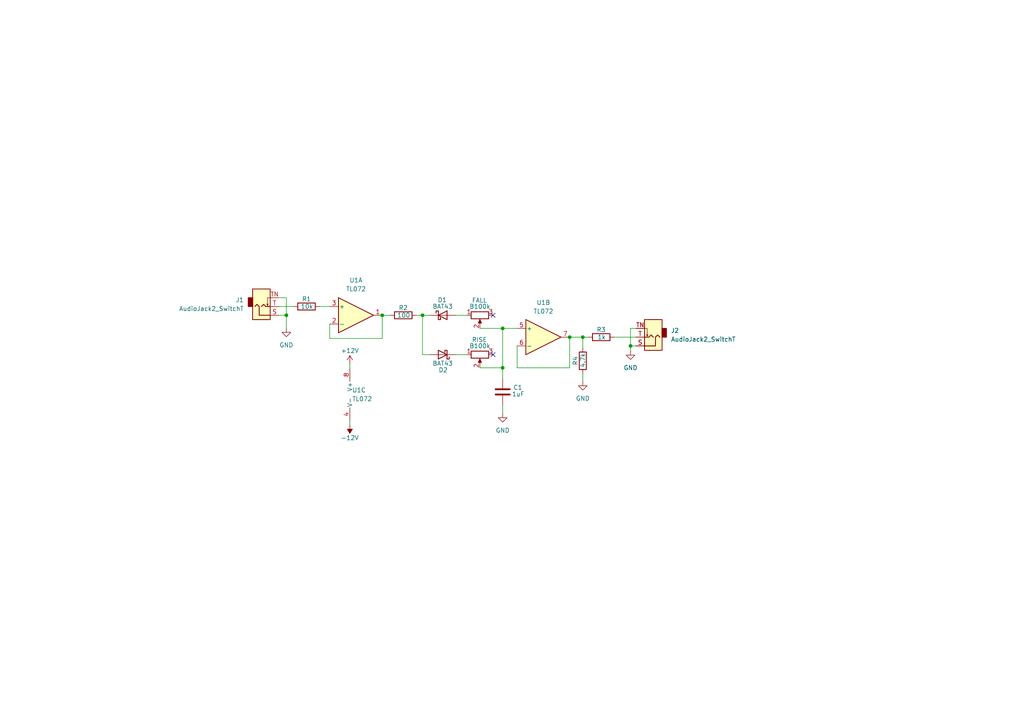
<source format=kicad_sch>
(kicad_sch (version 20230121) (generator eeschema)
  (paper "A4")
  (lib_symbols
    (symbol "Amplifier_Operational:TL072" (pin_names (offset 0.127))
      (property "Reference" "U" (at 0 5.08 0))
      (property "Value" "TL072" (at 0 -5.08 0))
      (symbol "TL072_1_1"
        (polyline (pts (xy -5.08 5.08) (xy 5.08 0) (xy -5.08 -5.08) (xy -5.08 5.08)) (stroke (width 0.254)) (fill (type background)))
        (pin output line (at 7.62 0 180) (length 2.54) (name "~") (number "1"))
        (pin input line (at -7.62 -2.54 0) (length 2.54) (name "-") (number "2"))
        (pin input line (at -7.62 2.54 0) (length 2.54) (name "+") (number "3"))
      )
      (symbol "TL072_2_1"
        (polyline (pts (xy -5.08 5.08) (xy 5.08 0) (xy -5.08 -5.08) (xy -5.08 5.08)) (stroke (width 0.254)) (fill (type background)))
        (pin input line (at -7.62 2.54 0) (length 2.54) (name "+") (number "5"))
        (pin input line (at -7.62 -2.54 0) (length 2.54) (name "-") (number "6"))
        (pin output line (at 7.62 0 180) (length 2.54) (name "~") (number "7"))
      )
      (symbol "TL072_3_1"
        (pin power_in line (at -2.54 -7.62 90) (length 3.81) (name "V-") (number "4"))
        (pin power_in line (at -2.54 7.62 270) (length 3.81) (name "V+") (number "8"))
      )
    )
    (symbol "Connector_Audio:AudioJack2_SwitchT"
      (property "Reference" "J" (at 0 8.89 0))
      (property "Value" "AudioJack2_SwitchT" (at 0 6.35 0))
      (symbol "AudioJack2_SwitchT_0_1"
        (rectangle (start -2.54 0) (end -3.81 -2.54) (stroke (width 0.254)) (fill (type outline)))
        (polyline (pts (xy 1.778 -0.254) (xy 2.032 -0.762)))
        (polyline (pts (xy 0 0) (xy 0.635 -0.635) (xy 1.27 0) (xy 2.54 0)) (stroke (width 0.254)))
        (polyline (pts (xy 2.54 -2.54) (xy 1.778 -2.54) (xy 1.778 -0.254) (xy 1.524 -0.762)))
        (polyline (pts (xy 2.54 2.54) (xy -0.635 2.54) (xy -0.635 0) (xy -1.27 -0.635) (xy -1.905 0)) (stroke (width 0.254)))
        (rectangle (start 2.54 3.81) (end -2.54 -5.08) (stroke (width 0.254)) (fill (type background)))
      )
      (symbol "AudioJack2_SwitchT_1_1"
        (pin passive line (at 5.08 2.54 180) (length 2.54) (name "~") (number "S"))
        (pin passive line (at 5.08 0 180) (length 2.54) (name "~") (number "T"))
        (pin passive line (at 5.08 -2.54 180) (length 2.54) (name "~") (number "TN"))
      )
    )
    (symbol "Device:C" (pin_numbers hide) (pin_names (offset 0.254))
      (property "Reference" "C" (at 0.635 2.54 0))
      (property "Value" "C" (at 0.635 -2.54 0))
      (symbol "C_0_1"
        (polyline (pts (xy -2.032 -0.762) (xy 2.032 -0.762)) (stroke (width 0.508)))
        (polyline (pts (xy -2.032 0.762) (xy 2.032 0.762)) (stroke (width 0.508)))
      )
      (symbol "C_1_1"
        (pin passive line (at 0 3.81 270) (length 2.794) (name "~") (number "1"))
        (pin passive line (at 0 -3.81 90) (length 2.794) (name "~") (number "2"))
      )
    )
    (symbol "Device:R" (pin_numbers hide) (pin_names (offset 0))
      (property "Reference" "R" (at 2.032 0 90))
      (property "Value" "R" (at 0 0 90))
      (symbol "R_0_1"
        (rectangle (start -1.016 -2.54) (end 1.016 2.54) (stroke (width 0.254)))
      )
      (symbol "R_1_1"
        (pin passive line (at 0 3.81 270) (length 1.27) (name "~") (number "1"))
        (pin passive line (at 0 -3.81 90) (length 1.27) (name "~") (number "2"))
      )
    )
    (symbol "Device:R_Potentiometer" (pin_names (offset 1.016) hide)
      (property "Reference" "RV" (at -4.445 0 90))
      (property "Value" "R_Potentiometer" (at -2.54 0 90))
      (symbol "R_Potentiometer_0_1"
        (polyline (pts (xy 2.54 0) (xy 1.524 0)))
        (polyline (pts (xy 1.143 0) (xy 2.286 0.508) (xy 2.286 -0.508) (xy 1.143 0)) (fill (type outline)))
        (rectangle (start 1.016 2.54) (end -1.016 -2.54) (stroke (width 0.254)))
      )
      (symbol "R_Potentiometer_1_1"
        (pin passive line (at 0 3.81 270) (length 1.27) (name "1") (number "1"))
        (pin passive line (at 3.81 0 180) (length 1.27) (name "2") (number "2"))
        (pin passive line (at 0 -3.81 90) (length 1.27) (name "3") (number "3"))
      )
    )
    (symbol "Diode:BAT43" (pin_numbers hide) (pin_names (offset 1.016) hide)
      (property "Reference" "D" (at 0 2.54 0))
      (property "Value" "BAT43" (at 0 -2.54 0))
      (symbol "BAT43_0_1"
        (polyline (pts (xy 1.27 0) (xy -1.27 0)))
        (polyline (pts (xy 1.27 1.27) (xy 1.27 -1.27) (xy -1.27 0) (xy 1.27 1.27)) (stroke (width 0.254)))
        (polyline (pts (xy -1.905 0.635) (xy -1.905 1.27) (xy -1.27 1.27) (xy -1.27 -1.27) (xy -0.635 -1.27) (xy -0.635 -0.635)) (stroke (width 0.254)))
      )
      (symbol "BAT43_1_1"
        (pin passive line (at -3.81 0 0) (length 2.54) (name "K") (number "1"))
        (pin passive line (at 3.81 0 180) (length 2.54) (name "A") (number "2"))
      )
    )
    (symbol "power:+12V" (power) (pin_names (offset 0))
      (property "Value" "+12V" (at 0 3.556 0))
      (symbol "+12V_0_1"
        (polyline (pts (xy -0.762 1.27) (xy 0 2.54)))
        (polyline (pts (xy 0 0) (xy 0 2.54)))
        (polyline (pts (xy 0 2.54) (xy 0.762 1.27)))
      )
      (symbol "+12V_1_1"
        (pin power_in line (at 0 0 90) (length 0) hide (name "+12V") (number "1"))
      )
    )
    (symbol "power:-12V" (power) (pin_names (offset 0))
      (property "Value" "-12V" (at 0 3.81 0))
      (symbol "-12V_0_0"
        (pin power_in line (at 0 0 90) (length 0) hide (name "-12V") (number "1"))
      )
      (symbol "-12V_0_1"
        (polyline (pts (xy 0 0) (xy 0 1.27) (xy 0.762 1.27) (xy 0 2.54) (xy -0.762 1.27) (xy 0 1.27)) (fill (type outline)))
      )
    )
    (symbol "power:GND" (power) (pin_names (offset 0))
      (property "Value" "GND" (at 0 -3.81 0))
      (symbol "GND_0_1"
        (polyline (pts (xy 0 0) (xy 0 -1.27) (xy 1.27 -1.27) (xy 0 -2.54) (xy -1.27 -1.27) (xy 0 -1.27)))
      )
      (symbol "GND_1_1"
        (pin power_in line (at 0 0 270) (length 0) hide (name "GND") (number "1"))
      )
    )
  )
  (junction (at 83.058 91.44))
  (junction (at 110.871 91.44))
  (junction (at 169.037 97.79))
  (junction (at 182.88 100.33))
  (junction (at 165.227 97.79))
  (junction (at 145.796 106.68))
  (junction (at 145.796 95.25))
  (junction (at 122.555 91.44))
  (no_connect (at 143.002 91.44))
  (no_connect (at 143.002 102.87))
  (wire (pts (xy 145.796 95.25) (xy 149.987 95.25)))
  (wire (pts (xy 165.227 97.79) (xy 169.037 97.79)))
  (wire (pts (xy 145.796 117.475) (xy 145.796 119.888)))
  (wire (pts (xy 182.88 100.33) (xy 182.88 101.727)))
  (wire (pts (xy 122.555 102.87) (xy 124.587 102.87)))
  (wire (pts (xy 122.555 91.44) (xy 122.555 102.87)))
  (wire (pts (xy 80.899 91.44) (xy 83.058 91.44)))
  (wire (pts (xy 101.473 122.047) (xy 101.473 123.19)))
  (wire (pts (xy 184.404 100.33) (xy 182.88 100.33)))
  (wire (pts (xy 120.777 91.44) (xy 122.555 91.44)))
  (wire (pts (xy 101.473 105.664) (xy 101.473 106.807)))
  (wire (pts (xy 139.192 106.68) (xy 145.796 106.68)))
  (wire (pts (xy 145.796 95.25) (xy 145.796 106.68)))
  (wire (pts (xy 165.227 97.79) (xy 165.227 106.68)))
  (wire (pts (xy 83.058 86.36) (xy 83.058 91.44)))
  (wire (pts (xy 182.88 95.25) (xy 182.88 100.33)))
  (wire (pts (xy 110.871 91.44) (xy 113.157 91.44)))
  (wire (pts (xy 149.987 106.68) (xy 149.987 100.33)))
  (wire (pts (xy 132.207 102.87) (xy 135.382 102.87)))
  (wire (pts (xy 122.555 91.44) (xy 124.587 91.44)))
  (wire (pts (xy 178.181 97.79) (xy 184.404 97.79)))
  (wire (pts (xy 83.058 91.44) (xy 83.058 95.123)))
  (wire (pts (xy 139.192 95.25) (xy 145.796 95.25)))
  (wire (pts (xy 169.037 97.79) (xy 169.037 100.838)))
  (wire (pts (xy 184.404 95.25) (xy 182.88 95.25)))
  (wire (pts (xy 80.899 88.9) (xy 85.09 88.9)))
  (wire (pts (xy 145.796 106.68) (xy 145.796 109.855)))
  (wire (pts (xy 165.227 106.68) (xy 149.987 106.68)))
  (wire (pts (xy 92.71 88.9) (xy 95.631 88.9)))
  (wire (pts (xy 132.207 91.44) (xy 135.382 91.44)))
  (wire (pts (xy 169.037 97.79) (xy 170.561 97.79)))
  (wire (pts (xy 80.899 86.36) (xy 83.058 86.36)))
  (wire (pts (xy 169.037 108.458) (xy 169.037 110.617)))
  (wire (pts (xy 95.631 98.171) (xy 110.871 98.171)))
  (wire (pts (xy 110.871 98.171) (xy 110.871 91.44)))
  (wire (pts (xy 95.631 93.98) (xy 95.631 98.171)))
  (symbol (lib_id "Diode:BAT43") (at 128.397 91.44 0) (unit 1)
    (property "Reference" "D1" (at 128.27 86.995 0))
    (property "Value" "BAT43" (at 128.397 88.9 0))
    (property "Footprint" "Diode_THT:D_DO-35_SOD27_P7.62mm_Horizontal" (effects hide))
    (property "Datasheet" "http://www.vishay.com/docs/85660/bat42.pdf" (effects hide))
  )
  (symbol (lib_id "power:+12V") (at 101.473 105.664 0) (unit 1)
    (property "Reference" "#PWR05" (effects hide))
    (property "Value" "+12V" (at 101.473 101.727 0))
  )
  (symbol (lib_id "Device:R_Potentiometer") (at 139.192 102.87 90) (mirror x) (unit 1)
    (property "Reference" "RISE" (at 139.065 98.552 90))
    (property "Value" "B100k" (at 139.192 100.33 90))
  )
  (symbol (lib_id "Device:C") (at 145.796 113.665 0) (unit 1)
    (property "Reference" "C1" (at 148.844 112.395 0) (effects (justify left)))
    (property "Value" "1uF" (at 148.463 114.3 0) (effects (justify left)))
  )
  (symbol (lib_id "Device:R") (at 169.037 104.648 180) (unit 1)
    (property "Reference" "R4" (at 166.878 104.648 90))
    (property "Value" "4.7k" (at 169.037 104.521 90))
  )
  (symbol (lib_id "power:-12V") (at 101.473 123.19 180) (unit 1)
    (property "Reference" "#PWR06" (effects hide))
    (property "Value" "-12V" (at 101.473 127 0))
  )
  (symbol (lib_id "Amplifier_Operational:TL072") (at 103.251 91.44 0) (unit 1)
    (property "Reference" "U1" (at 103.251 81.28 0))
    (property "Value" "TL072" (at 103.251 83.82 0))
    (property "Datasheet" "http://www.ti.com/lit/ds/symlink/tl071.pdf" (effects hide))
  )
  (symbol (lib_id "Amplifier_Operational:TL072") (at 157.607 97.79 0) (unit 2)
    (property "Reference" "U1" (at 157.607 87.757 0))
    (property "Value" "TL072" (at 157.607 90.297 0))
    (property "Datasheet" "http://www.ti.com/lit/ds/symlink/tl071.pdf" (effects hide))
  )
  (symbol (lib_id "Diode:BAT43") (at 128.397 102.87 180) (unit 1)
    (property "Reference" "D2" (at 128.524 107.315 0))
    (property "Value" "BAT43" (at 128.397 105.41 0))
    (property "Footprint" "Diode_THT:D_DO-35_SOD27_P7.62mm_Horizontal" (effects hide))
    (property "Datasheet" "http://www.vishay.com/docs/85660/bat42.pdf" (effects hide))
  )
  (symbol (lib_id "Device:R") (at 174.371 97.79 90) (unit 1)
    (property "Reference" "R3" (at 174.371 95.631 90))
    (property "Value" "1k" (at 174.498 97.79 90))
  )
  (symbol (lib_id "Device:R") (at 116.967 91.44 90) (unit 1)
    (property "Reference" "R2" (at 116.967 89.281 90))
    (property "Value" "100" (at 117.094 91.44 90))
  )
  (symbol (lib_id "Connector_Audio:AudioJack2_SwitchT") (at 75.819 88.9 0) (mirror x) (unit 1)
    (property "Reference" "J1" (at 70.739 86.995 0) (effects (justify right)))
    (property "Value" "AudioJack2_SwitchT" (at 70.739 89.535 0) (effects (justify right)))
  )
  (symbol (lib_id "power:GND") (at 182.88 101.727 0) (unit 1)
    (property "Reference" "#PWR01" (effects hide))
    (property "Value" "GND" (at 182.88 106.68 0))
  )
  (symbol (lib_id "Amplifier_Operational:TL072") (at 104.013 114.427 0) (unit 3)
    (property "Reference" "U1" (at 102.108 113.157 0) (effects (justify left)))
    (property "Value" "TL072" (at 102.108 115.697 0) (effects (justify left)))
    (property "Datasheet" "http://www.ti.com/lit/ds/symlink/tl071.pdf" (effects hide))
  )
  (symbol (lib_id "Device:R_Potentiometer") (at 139.192 91.44 90) (mirror x) (unit 1)
    (property "Reference" "FALL" (at 139.065 87.122 90))
    (property "Value" "B100k" (at 139.192 88.9 90))
  )
  (symbol (lib_id "power:GND") (at 145.796 119.888 0) (unit 1)
    (property "Reference" "#PWR03" (effects hide))
    (property "Value" "GND" (at 145.796 124.841 0))
  )
  (symbol (lib_id "Device:R") (at 88.9 88.9 90) (unit 1)
    (property "Reference" "R1" (at 88.9 86.741 90))
    (property "Value" "10k" (at 89.027 88.9 90))
  )
  (symbol (lib_id "power:GND") (at 83.058 95.123 0) (unit 1)
    (property "Reference" "#PWR04" (effects hide))
    (property "Value" "GND" (at 83.058 100.076 0))
  )
  (symbol (lib_id "power:GND") (at 169.037 110.617 0) (unit 1)
    (property "Reference" "#PWR02" (effects hide))
    (property "Value" "GND" (at 169.037 115.57 0))
  )
  (symbol (lib_id "Connector_Audio:AudioJack2_SwitchT") (at 189.484 97.79 180) (unit 1)
    (property "Reference" "J2" (at 194.564 95.885 0) (effects (justify right)))
    (property "Value" "AudioJack2_SwitchT" (at 194.564 98.425 0) (effects (justify right)))
  )
)
</source>
